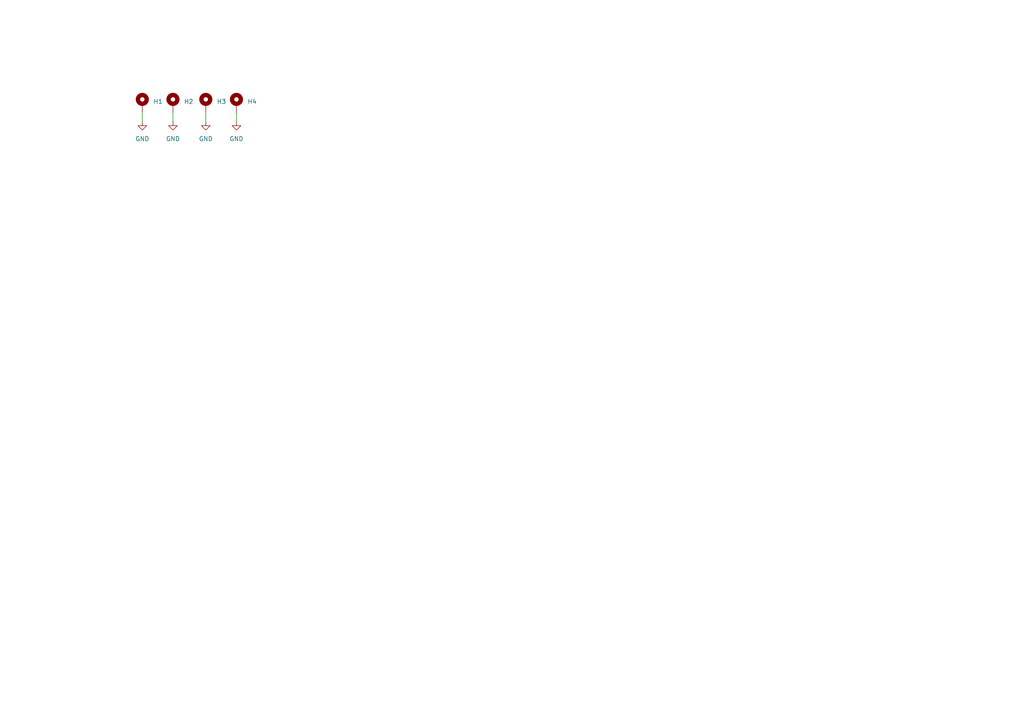
<source format=kicad_sch>
(kicad_sch (version 20230121) (generator eeschema)
  (paper "A4")
  (lib_symbols
    (symbol "Mechanical:MountingHole_Pad" (pin_numbers hide) (pin_names (offset 1.016) hide)
      (property "Reference" "H" (at 0 6.35 0))
      (property "Value" "MountingHole_Pad" (at 0 4.445 0))
      (symbol "MountingHole_Pad_0_1"
        (circle (center 0 1.27) (radius 1.27) (stroke (width 1.27)))
      )
      (symbol "MountingHole_Pad_1_1"
        (pin input line (at 0 -2.54 90) (length 2.54) (name "1") (number "1"))
      )
    )
    (symbol "power:GND" (power) (pin_names (offset 0))
      (property "Value" "GND" (at 0 -3.81 0))
      (symbol "GND_0_1"
        (polyline (pts (xy 0 0) (xy 0 -1.27) (xy 1.27 -1.27) (xy 0 -2.54) (xy -1.27 -1.27) (xy 0 -1.27)))
      )
      (symbol "GND_1_1"
        (pin power_in line (at 0 0 270) (length 0) hide (name "GND") (number "1"))
      )
    )
  )
  (wire (pts (xy 41.275 32.639) (xy 41.275 35.179)))
  (wire (pts (xy 59.69 32.639) (xy 59.69 35.179)))
  (wire (pts (xy 68.58 32.639) (xy 68.58 35.179)))
  (wire (pts (xy 50.165 32.639) (xy 50.165 35.179)))
  (symbol (lib_id "power:GND") (at 68.58 35.179 0) (mirror y) (unit 1)
    (property "Reference" "#PWR011" (effects hide))
    (property "Value" "GND" (at 68.58 40.259 0))
  )
  (symbol (lib_id "Mechanical:MountingHole_Pad") (at 50.165 30.099 0) (unit 1)
    (property "Reference" "H2" (at 53.34 29.464 0) (effects (justify left)))
    (property "Value" "MountingHole_Pad" (effects hide))
    (property "Footprint" "MountingHole:MountingHole_4.5mm_Pad" (effects hide))
  )
  (symbol (lib_id "power:GND") (at 50.165 35.179 0) (mirror y) (unit 1)
    (property "Reference" "#PWR09" (effects hide))
    (property "Value" "GND" (at 50.165 40.259 0))
  )
  (symbol (lib_id "power:GND") (at 41.275 35.179 0) (mirror y) (unit 1)
    (property "Reference" "#PWR08" (effects hide))
    (property "Value" "GND" (at 41.275 40.259 0))
  )
  (symbol (lib_id "Mechanical:MountingHole_Pad") (at 59.69 30.099 0) (unit 1)
    (property "Reference" "H3" (at 62.865 29.464 0) (effects (justify left)))
    (property "Value" "MountingHole_Pad" (effects hide))
    (property "Footprint" "MountingHole:MountingHole_4.5mm_Pad" (effects hide))
  )
  (symbol (lib_id "Mechanical:MountingHole_Pad") (at 41.275 30.099 0) (unit 1)
    (property "Reference" "H1" (at 44.45 29.464 0) (effects (justify left)))
    (property "Value" "MountingHole_Pad" (effects hide))
    (property "Footprint" "MountingHole:MountingHole_4.5mm_Pad" (effects hide))
  )
  (symbol (lib_id "power:GND") (at 59.69 35.179 0) (mirror y) (unit 1)
    (property "Reference" "#PWR010" (effects hide))
    (property "Value" "GND" (at 59.69 40.259 0))
  )
  (symbol (lib_id "Mechanical:MountingHole_Pad") (at 68.58 30.099 0) (unit 1)
    (property "Reference" "H4" (at 71.755 29.464 0) (effects (justify left)))
    (property "Value" "MountingHole_Pad" (effects hide))
    (property "Footprint" "MountingHole:MountingHole_4.5mm_Pad" (effects hide))
  )
)
</source>
